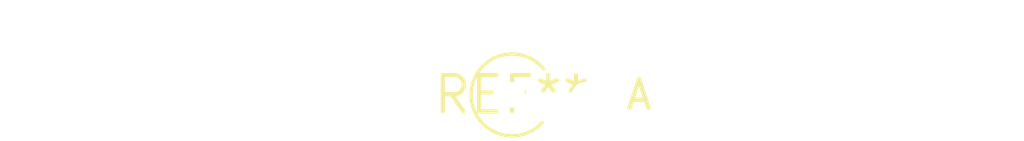
<source format=kicad_pcb>
(kicad_pcb (version 20240108) (generator pcbnew)
  (layers (0 "F.Cu" signal) (31 "B.Cu" signal) (34 "B.Paste" user) (35 "F.Paste" user) (36 "B.SilkS" user "B.Silkscreen") (37 "F.SilkS" user "F.Silkscreen") (38 "B.Mask" user) (39 "F.Mask" user) (44 "Edge.Cuts" user))
  (net 0 "")
  (footprint "D_A-405_P2.54mm_Vertical_AnodeUp" (layer "F.Cu") (at 0 0)
    (property "Reference" "REF**")
    (property "Value" "D_A-405_P2.54mm_Vertical_AnodeUp")
    (fp_arc (start 1.05385 0.968866) (mid -1.430816 -0.045469) (end 1.113239 -0.9) (layer "F.SilkS") (stroke (width 0.12)))
    (fp_text user "A" (at 4.44 0 0) (layer "F.SilkS"))
    (pad "1" thru_hole rect (at 0 0) (size 1.8 1.8) (drill 0.9) (layers *.Cu *.Mask) (remove_unused_layers))
    (pad "2" thru_hole oval (at 2.54 0) (size 1.8 1.8) (drill 0.9) (layers *.Cu *.Mask) (remove_unused_layers))
  )
)
</source>
